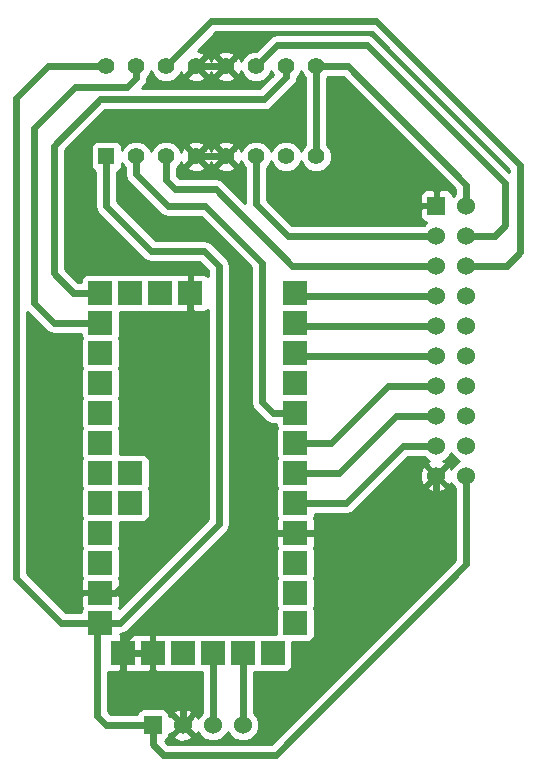
<source format=gbl>
G04 (created by PCBNEW (22-Jun-2014 BZR 4027)-stable) date Sat 25 Oct 2014 04:39:20 PM CEST*
%MOIN*%
G04 Gerber Fmt 3.4, Leading zero omitted, Abs format*
%FSLAX34Y34*%
G01*
G70*
G90*
G04 APERTURE LIST*
%ADD10C,0.00590551*%
%ADD11R,0.06X0.06*%
%ADD12C,0.06*%
%ADD13R,0.055X0.055*%
%ADD14C,0.055*%
%ADD15R,0.0787402X0.0787402*%
%ADD16C,0.023622*%
%ADD17C,0.01*%
G04 APERTURE END LIST*
G54D10*
G54D11*
X74750Y-45400D03*
G54D12*
X75750Y-45400D03*
X76750Y-45400D03*
X77750Y-45400D03*
G54D11*
X84200Y-28100D03*
G54D12*
X85200Y-28100D03*
X84200Y-29100D03*
X85200Y-29100D03*
X84200Y-30100D03*
X85200Y-30100D03*
X84200Y-31100D03*
X85200Y-31100D03*
X84200Y-32100D03*
X85200Y-32100D03*
X84200Y-33100D03*
X85200Y-33100D03*
X84200Y-34100D03*
X85200Y-34100D03*
X84200Y-35100D03*
X85200Y-35100D03*
X84200Y-36100D03*
X85200Y-36100D03*
X84200Y-37100D03*
X85200Y-37100D03*
G54D13*
X73200Y-26450D03*
G54D14*
X74200Y-26450D03*
X75200Y-26450D03*
X76200Y-26450D03*
X77200Y-26450D03*
X78200Y-26450D03*
X79200Y-26450D03*
X80200Y-26450D03*
X80200Y-23450D03*
X79200Y-23450D03*
X78200Y-23450D03*
X77200Y-23450D03*
X76200Y-23450D03*
X75200Y-23450D03*
X74200Y-23450D03*
X73200Y-23450D03*
G54D15*
X73000Y-31000D03*
X73000Y-32000D03*
X73000Y-33000D03*
X73000Y-34000D03*
X73000Y-35000D03*
X73000Y-36000D03*
X73000Y-37000D03*
X74000Y-37000D03*
X74000Y-38000D03*
X73000Y-38000D03*
X73000Y-39000D03*
X73000Y-40000D03*
X73000Y-42000D03*
X74000Y-31000D03*
X75000Y-31000D03*
X76000Y-31000D03*
X79500Y-31000D03*
X79500Y-32000D03*
X79500Y-33000D03*
X79500Y-34000D03*
X79500Y-35000D03*
X79500Y-36000D03*
X79500Y-37000D03*
X79500Y-38000D03*
X79500Y-39000D03*
X79500Y-40000D03*
X79500Y-42000D03*
X73750Y-43000D03*
X74750Y-43000D03*
X75750Y-43000D03*
X76750Y-43000D03*
X77750Y-43000D03*
X78750Y-43000D03*
X73000Y-41000D03*
X79500Y-41000D03*
G54D16*
X73000Y-42000D02*
X73650Y-42000D01*
X73200Y-28100D02*
X73200Y-26450D01*
X74700Y-29600D02*
X73200Y-28100D01*
X76450Y-29600D02*
X74700Y-29600D01*
X76950Y-30100D02*
X76450Y-29600D01*
X76950Y-38700D02*
X76950Y-30100D01*
X73650Y-42000D02*
X76950Y-38700D01*
X73000Y-42000D02*
X71700Y-42000D01*
X71250Y-23450D02*
X73200Y-23450D01*
X70200Y-24500D02*
X71250Y-23450D01*
X70200Y-40500D02*
X70200Y-24500D01*
X71700Y-42000D02*
X70200Y-40500D01*
X85200Y-28100D02*
X85200Y-27400D01*
X81250Y-23450D02*
X80200Y-23450D01*
X85200Y-27400D02*
X81250Y-23450D01*
X85200Y-37100D02*
X85200Y-40050D01*
X74750Y-46050D02*
X74750Y-45400D01*
X75100Y-46400D02*
X74750Y-46050D01*
X78850Y-46400D02*
X75100Y-46400D01*
X85200Y-40050D02*
X78850Y-46400D01*
X80200Y-23450D02*
X80200Y-26450D01*
X74750Y-45400D02*
X73200Y-45400D01*
X72900Y-42100D02*
X73000Y-42000D01*
X72900Y-45100D02*
X72900Y-42100D01*
X73200Y-45400D02*
X72900Y-45100D01*
X74200Y-26450D02*
X74200Y-27050D01*
X78750Y-35000D02*
X79500Y-35000D01*
X78400Y-34650D02*
X78750Y-35000D01*
X78400Y-30000D02*
X78400Y-34650D01*
X76500Y-28100D02*
X78400Y-30000D01*
X75250Y-28100D02*
X76500Y-28100D01*
X74200Y-27050D02*
X75250Y-28100D01*
X79200Y-23450D02*
X79200Y-23800D01*
X72100Y-31000D02*
X73000Y-31000D01*
X71450Y-30350D02*
X72100Y-31000D01*
X71450Y-26100D02*
X71450Y-30350D01*
X73000Y-24550D02*
X71450Y-26100D01*
X78450Y-24550D02*
X73000Y-24550D01*
X79200Y-23800D02*
X78450Y-24550D01*
X74200Y-23450D02*
X74200Y-23850D01*
X71450Y-32000D02*
X73000Y-32000D01*
X70800Y-31350D02*
X71450Y-32000D01*
X70800Y-25500D02*
X70800Y-31350D01*
X72150Y-24150D02*
X70800Y-25500D01*
X73900Y-24150D02*
X72150Y-24150D01*
X74200Y-23850D02*
X73900Y-24150D01*
X84200Y-30100D02*
X79400Y-30100D01*
X75200Y-27250D02*
X75200Y-26450D01*
X75500Y-27550D02*
X75200Y-27250D01*
X76850Y-27550D02*
X75500Y-27550D01*
X79400Y-30100D02*
X76850Y-27550D01*
X84200Y-29100D02*
X79250Y-29100D01*
X78200Y-28050D02*
X78200Y-26450D01*
X79250Y-29100D02*
X78200Y-28050D01*
X85200Y-30100D02*
X86550Y-30100D01*
X76700Y-21950D02*
X75200Y-23450D01*
X82200Y-21950D02*
X76700Y-21950D01*
X87000Y-26750D02*
X82200Y-21950D01*
X87000Y-29650D02*
X87000Y-26750D01*
X86550Y-30100D02*
X87000Y-29650D01*
X85200Y-29100D02*
X86150Y-29100D01*
X78900Y-22750D02*
X78200Y-23450D01*
X81900Y-22750D02*
X78900Y-22750D01*
X83400Y-24250D02*
X81900Y-22750D01*
X86500Y-27350D02*
X83400Y-24250D01*
X86500Y-28750D02*
X86500Y-27350D01*
X86150Y-29100D02*
X86500Y-28750D01*
X84200Y-36100D02*
X83100Y-36100D01*
X81200Y-38000D02*
X79500Y-38000D01*
X83100Y-36100D02*
X81200Y-38000D01*
X84200Y-35100D02*
X82850Y-35100D01*
X80950Y-37000D02*
X79500Y-37000D01*
X82850Y-35100D02*
X80950Y-37000D01*
X84200Y-34100D02*
X82600Y-34100D01*
X80700Y-36000D02*
X79500Y-36000D01*
X82600Y-34100D02*
X80700Y-36000D01*
X84200Y-33100D02*
X79600Y-33100D01*
X79600Y-33100D02*
X79500Y-33000D01*
X84200Y-32100D02*
X79600Y-32100D01*
X79600Y-32100D02*
X79500Y-32000D01*
X84200Y-31100D02*
X79600Y-31100D01*
X79600Y-31100D02*
X79500Y-31000D01*
X73000Y-41000D02*
X73500Y-41000D01*
X76000Y-38500D02*
X76000Y-31000D01*
X73500Y-41000D02*
X76000Y-38500D01*
X73750Y-43000D02*
X74750Y-43000D01*
X73750Y-43000D02*
X73750Y-42650D01*
X77400Y-39000D02*
X79500Y-39000D01*
X73750Y-42650D02*
X75400Y-41000D01*
X75400Y-41000D02*
X76100Y-40300D01*
X76100Y-40300D02*
X77400Y-39000D01*
X84200Y-37100D02*
X84200Y-38050D01*
X84200Y-38050D02*
X83250Y-39000D01*
X83250Y-39000D02*
X79500Y-39000D01*
X76200Y-23450D02*
X77200Y-23450D01*
X77200Y-26450D02*
X76200Y-26450D01*
X75750Y-45400D02*
X75750Y-44500D01*
X73750Y-43900D02*
X73750Y-43000D01*
X74050Y-44200D02*
X73750Y-43900D01*
X75450Y-44200D02*
X74050Y-44200D01*
X75750Y-44500D02*
X75450Y-44200D01*
X76750Y-45400D02*
X76750Y-43000D01*
X77750Y-43000D02*
X77750Y-45400D01*
G54D10*
G36*
X79831Y-26075D02*
X79755Y-26152D01*
X79699Y-26285D01*
X79645Y-26153D01*
X79497Y-26005D01*
X79304Y-25925D01*
X79096Y-25924D01*
X78903Y-26004D01*
X78755Y-26152D01*
X78699Y-26285D01*
X78645Y-26153D01*
X78497Y-26005D01*
X78304Y-25925D01*
X78096Y-25924D01*
X77903Y-26004D01*
X77755Y-26152D01*
X77702Y-26278D01*
X77660Y-26177D01*
X77567Y-26152D01*
X77497Y-26223D01*
X77497Y-26082D01*
X77472Y-25989D01*
X77275Y-25920D01*
X77067Y-25931D01*
X76927Y-25989D01*
X76902Y-26082D01*
X77200Y-26379D01*
X77497Y-26082D01*
X77497Y-26223D01*
X77270Y-26450D01*
X77567Y-26747D01*
X77660Y-26722D01*
X77699Y-26612D01*
X77754Y-26747D01*
X77831Y-26824D01*
X77831Y-28011D01*
X77497Y-27676D01*
X77497Y-26817D01*
X77200Y-26520D01*
X77129Y-26591D01*
X77129Y-26450D01*
X76832Y-26152D01*
X76739Y-26177D01*
X76703Y-26280D01*
X76660Y-26177D01*
X76567Y-26152D01*
X76497Y-26223D01*
X76497Y-26082D01*
X76472Y-25989D01*
X76275Y-25920D01*
X76067Y-25931D01*
X75927Y-25989D01*
X75902Y-26082D01*
X76200Y-26379D01*
X76497Y-26082D01*
X76497Y-26223D01*
X76270Y-26450D01*
X76567Y-26747D01*
X76660Y-26722D01*
X76696Y-26619D01*
X76739Y-26722D01*
X76832Y-26747D01*
X77129Y-26450D01*
X77129Y-26591D01*
X76902Y-26817D01*
X76927Y-26910D01*
X77124Y-26979D01*
X77332Y-26968D01*
X77472Y-26910D01*
X77497Y-26817D01*
X77497Y-27676D01*
X77110Y-27289D01*
X76990Y-27209D01*
X76850Y-27181D01*
X76497Y-27181D01*
X76497Y-26817D01*
X76200Y-26520D01*
X75902Y-26817D01*
X75927Y-26910D01*
X76124Y-26979D01*
X76332Y-26968D01*
X76472Y-26910D01*
X76497Y-26817D01*
X76497Y-27181D01*
X75652Y-27181D01*
X75568Y-27097D01*
X75568Y-26824D01*
X75644Y-26747D01*
X75697Y-26621D01*
X75739Y-26722D01*
X75832Y-26747D01*
X76129Y-26450D01*
X75832Y-26152D01*
X75739Y-26177D01*
X75700Y-26287D01*
X75645Y-26153D01*
X75497Y-26005D01*
X75304Y-25925D01*
X75096Y-25924D01*
X74903Y-26004D01*
X74755Y-26152D01*
X74699Y-26285D01*
X74645Y-26153D01*
X74497Y-26005D01*
X74304Y-25925D01*
X74096Y-25924D01*
X73903Y-26004D01*
X73755Y-26152D01*
X73725Y-26224D01*
X73725Y-26125D01*
X73687Y-26033D01*
X73616Y-25963D01*
X73524Y-25925D01*
X73425Y-25924D01*
X72875Y-25924D01*
X72783Y-25962D01*
X72713Y-26033D01*
X72675Y-26125D01*
X72674Y-26224D01*
X72674Y-26774D01*
X72712Y-26866D01*
X72783Y-26936D01*
X72831Y-26957D01*
X72831Y-28100D01*
X72859Y-28240D01*
X72939Y-28360D01*
X74439Y-29860D01*
X74439Y-29860D01*
X74559Y-29940D01*
X74700Y-29968D01*
X76297Y-29968D01*
X76581Y-30252D01*
X76581Y-30440D01*
X76535Y-30394D01*
X76443Y-30356D01*
X76112Y-30356D01*
X76050Y-30418D01*
X76050Y-30950D01*
X76057Y-30950D01*
X76057Y-31050D01*
X76050Y-31050D01*
X76050Y-31581D01*
X76112Y-31643D01*
X76443Y-31643D01*
X76535Y-31605D01*
X76581Y-31559D01*
X76581Y-38547D01*
X73622Y-41506D01*
X73620Y-41499D01*
X73643Y-41443D01*
X73643Y-41344D01*
X73643Y-41112D01*
X73581Y-41050D01*
X73050Y-41050D01*
X73050Y-41057D01*
X72950Y-41057D01*
X72950Y-41050D01*
X72418Y-41050D01*
X72356Y-41112D01*
X72356Y-41344D01*
X72356Y-41443D01*
X72379Y-41500D01*
X72356Y-41556D01*
X72356Y-41631D01*
X71852Y-41631D01*
X70568Y-40347D01*
X70568Y-31638D01*
X71189Y-32260D01*
X71189Y-32260D01*
X71309Y-32340D01*
X71450Y-32368D01*
X72356Y-32368D01*
X72356Y-32443D01*
X72379Y-32500D01*
X72356Y-32556D01*
X72356Y-32655D01*
X72356Y-33443D01*
X72379Y-33500D01*
X72356Y-33556D01*
X72356Y-33655D01*
X72356Y-34443D01*
X72379Y-34500D01*
X72356Y-34556D01*
X72356Y-34655D01*
X72356Y-35443D01*
X72379Y-35500D01*
X72356Y-35556D01*
X72356Y-35655D01*
X72356Y-36443D01*
X72379Y-36500D01*
X72356Y-36556D01*
X72356Y-36655D01*
X72356Y-37443D01*
X72379Y-37500D01*
X72356Y-37556D01*
X72356Y-37655D01*
X72356Y-38443D01*
X72379Y-38500D01*
X72356Y-38556D01*
X72356Y-38655D01*
X72356Y-39443D01*
X72379Y-39500D01*
X72356Y-39556D01*
X72356Y-39655D01*
X72356Y-40443D01*
X72379Y-40500D01*
X72356Y-40556D01*
X72356Y-40655D01*
X72356Y-40887D01*
X72418Y-40950D01*
X72950Y-40950D01*
X72950Y-40942D01*
X73050Y-40942D01*
X73050Y-40950D01*
X73581Y-40950D01*
X73643Y-40887D01*
X73643Y-40655D01*
X73643Y-40556D01*
X73620Y-40500D01*
X73643Y-40443D01*
X73643Y-40344D01*
X73643Y-39556D01*
X73620Y-39499D01*
X73643Y-39443D01*
X73643Y-39344D01*
X73643Y-38643D01*
X73655Y-38643D01*
X74443Y-38643D01*
X74535Y-38605D01*
X74605Y-38535D01*
X74643Y-38443D01*
X74643Y-38344D01*
X74643Y-37556D01*
X74620Y-37499D01*
X74643Y-37443D01*
X74643Y-37344D01*
X74643Y-36556D01*
X74605Y-36464D01*
X74535Y-36394D01*
X74443Y-36356D01*
X74344Y-36356D01*
X73643Y-36356D01*
X73643Y-36344D01*
X73643Y-35556D01*
X73620Y-35499D01*
X73643Y-35443D01*
X73643Y-35344D01*
X73643Y-34556D01*
X73620Y-34499D01*
X73643Y-34443D01*
X73643Y-34344D01*
X73643Y-33556D01*
X73620Y-33499D01*
X73643Y-33443D01*
X73643Y-33344D01*
X73643Y-32556D01*
X73620Y-32499D01*
X73643Y-32443D01*
X73643Y-32344D01*
X73643Y-31643D01*
X73655Y-31643D01*
X74443Y-31643D01*
X74500Y-31620D01*
X74556Y-31643D01*
X74655Y-31643D01*
X75443Y-31643D01*
X75500Y-31620D01*
X75556Y-31643D01*
X75887Y-31643D01*
X75950Y-31581D01*
X75950Y-31050D01*
X75942Y-31050D01*
X75942Y-30950D01*
X75950Y-30950D01*
X75950Y-30418D01*
X75887Y-30356D01*
X75556Y-30356D01*
X75499Y-30379D01*
X75443Y-30356D01*
X75344Y-30356D01*
X74556Y-30356D01*
X74499Y-30379D01*
X74443Y-30356D01*
X74344Y-30356D01*
X73556Y-30356D01*
X73499Y-30379D01*
X73443Y-30356D01*
X73344Y-30356D01*
X72556Y-30356D01*
X72464Y-30394D01*
X72394Y-30464D01*
X72356Y-30556D01*
X72356Y-30631D01*
X72252Y-30631D01*
X71818Y-30197D01*
X71818Y-26252D01*
X73152Y-24918D01*
X78450Y-24918D01*
X78590Y-24890D01*
X78710Y-24810D01*
X79460Y-24060D01*
X79460Y-24060D01*
X79460Y-24060D01*
X79540Y-23940D01*
X79562Y-23830D01*
X79644Y-23747D01*
X79700Y-23614D01*
X79754Y-23747D01*
X79831Y-23824D01*
X79831Y-26075D01*
X79831Y-26075D01*
G37*
G54D17*
X79831Y-26075D02*
X79755Y-26152D01*
X79699Y-26285D01*
X79645Y-26153D01*
X79497Y-26005D01*
X79304Y-25925D01*
X79096Y-25924D01*
X78903Y-26004D01*
X78755Y-26152D01*
X78699Y-26285D01*
X78645Y-26153D01*
X78497Y-26005D01*
X78304Y-25925D01*
X78096Y-25924D01*
X77903Y-26004D01*
X77755Y-26152D01*
X77702Y-26278D01*
X77660Y-26177D01*
X77567Y-26152D01*
X77497Y-26223D01*
X77497Y-26082D01*
X77472Y-25989D01*
X77275Y-25920D01*
X77067Y-25931D01*
X76927Y-25989D01*
X76902Y-26082D01*
X77200Y-26379D01*
X77497Y-26082D01*
X77497Y-26223D01*
X77270Y-26450D01*
X77567Y-26747D01*
X77660Y-26722D01*
X77699Y-26612D01*
X77754Y-26747D01*
X77831Y-26824D01*
X77831Y-28011D01*
X77497Y-27676D01*
X77497Y-26817D01*
X77200Y-26520D01*
X77129Y-26591D01*
X77129Y-26450D01*
X76832Y-26152D01*
X76739Y-26177D01*
X76703Y-26280D01*
X76660Y-26177D01*
X76567Y-26152D01*
X76497Y-26223D01*
X76497Y-26082D01*
X76472Y-25989D01*
X76275Y-25920D01*
X76067Y-25931D01*
X75927Y-25989D01*
X75902Y-26082D01*
X76200Y-26379D01*
X76497Y-26082D01*
X76497Y-26223D01*
X76270Y-26450D01*
X76567Y-26747D01*
X76660Y-26722D01*
X76696Y-26619D01*
X76739Y-26722D01*
X76832Y-26747D01*
X77129Y-26450D01*
X77129Y-26591D01*
X76902Y-26817D01*
X76927Y-26910D01*
X77124Y-26979D01*
X77332Y-26968D01*
X77472Y-26910D01*
X77497Y-26817D01*
X77497Y-27676D01*
X77110Y-27289D01*
X76990Y-27209D01*
X76850Y-27181D01*
X76497Y-27181D01*
X76497Y-26817D01*
X76200Y-26520D01*
X75902Y-26817D01*
X75927Y-26910D01*
X76124Y-26979D01*
X76332Y-26968D01*
X76472Y-26910D01*
X76497Y-26817D01*
X76497Y-27181D01*
X75652Y-27181D01*
X75568Y-27097D01*
X75568Y-26824D01*
X75644Y-26747D01*
X75697Y-26621D01*
X75739Y-26722D01*
X75832Y-26747D01*
X76129Y-26450D01*
X75832Y-26152D01*
X75739Y-26177D01*
X75700Y-26287D01*
X75645Y-26153D01*
X75497Y-26005D01*
X75304Y-25925D01*
X75096Y-25924D01*
X74903Y-26004D01*
X74755Y-26152D01*
X74699Y-26285D01*
X74645Y-26153D01*
X74497Y-26005D01*
X74304Y-25925D01*
X74096Y-25924D01*
X73903Y-26004D01*
X73755Y-26152D01*
X73725Y-26224D01*
X73725Y-26125D01*
X73687Y-26033D01*
X73616Y-25963D01*
X73524Y-25925D01*
X73425Y-25924D01*
X72875Y-25924D01*
X72783Y-25962D01*
X72713Y-26033D01*
X72675Y-26125D01*
X72674Y-26224D01*
X72674Y-26774D01*
X72712Y-26866D01*
X72783Y-26936D01*
X72831Y-26957D01*
X72831Y-28100D01*
X72859Y-28240D01*
X72939Y-28360D01*
X74439Y-29860D01*
X74439Y-29860D01*
X74559Y-29940D01*
X74700Y-29968D01*
X76297Y-29968D01*
X76581Y-30252D01*
X76581Y-30440D01*
X76535Y-30394D01*
X76443Y-30356D01*
X76112Y-30356D01*
X76050Y-30418D01*
X76050Y-30950D01*
X76057Y-30950D01*
X76057Y-31050D01*
X76050Y-31050D01*
X76050Y-31581D01*
X76112Y-31643D01*
X76443Y-31643D01*
X76535Y-31605D01*
X76581Y-31559D01*
X76581Y-38547D01*
X73622Y-41506D01*
X73620Y-41499D01*
X73643Y-41443D01*
X73643Y-41344D01*
X73643Y-41112D01*
X73581Y-41050D01*
X73050Y-41050D01*
X73050Y-41057D01*
X72950Y-41057D01*
X72950Y-41050D01*
X72418Y-41050D01*
X72356Y-41112D01*
X72356Y-41344D01*
X72356Y-41443D01*
X72379Y-41500D01*
X72356Y-41556D01*
X72356Y-41631D01*
X71852Y-41631D01*
X70568Y-40347D01*
X70568Y-31638D01*
X71189Y-32260D01*
X71189Y-32260D01*
X71309Y-32340D01*
X71450Y-32368D01*
X72356Y-32368D01*
X72356Y-32443D01*
X72379Y-32500D01*
X72356Y-32556D01*
X72356Y-32655D01*
X72356Y-33443D01*
X72379Y-33500D01*
X72356Y-33556D01*
X72356Y-33655D01*
X72356Y-34443D01*
X72379Y-34500D01*
X72356Y-34556D01*
X72356Y-34655D01*
X72356Y-35443D01*
X72379Y-35500D01*
X72356Y-35556D01*
X72356Y-35655D01*
X72356Y-36443D01*
X72379Y-36500D01*
X72356Y-36556D01*
X72356Y-36655D01*
X72356Y-37443D01*
X72379Y-37500D01*
X72356Y-37556D01*
X72356Y-37655D01*
X72356Y-38443D01*
X72379Y-38500D01*
X72356Y-38556D01*
X72356Y-38655D01*
X72356Y-39443D01*
X72379Y-39500D01*
X72356Y-39556D01*
X72356Y-39655D01*
X72356Y-40443D01*
X72379Y-40500D01*
X72356Y-40556D01*
X72356Y-40655D01*
X72356Y-40887D01*
X72418Y-40950D01*
X72950Y-40950D01*
X72950Y-40942D01*
X73050Y-40942D01*
X73050Y-40950D01*
X73581Y-40950D01*
X73643Y-40887D01*
X73643Y-40655D01*
X73643Y-40556D01*
X73620Y-40500D01*
X73643Y-40443D01*
X73643Y-40344D01*
X73643Y-39556D01*
X73620Y-39499D01*
X73643Y-39443D01*
X73643Y-39344D01*
X73643Y-38643D01*
X73655Y-38643D01*
X74443Y-38643D01*
X74535Y-38605D01*
X74605Y-38535D01*
X74643Y-38443D01*
X74643Y-38344D01*
X74643Y-37556D01*
X74620Y-37499D01*
X74643Y-37443D01*
X74643Y-37344D01*
X74643Y-36556D01*
X74605Y-36464D01*
X74535Y-36394D01*
X74443Y-36356D01*
X74344Y-36356D01*
X73643Y-36356D01*
X73643Y-36344D01*
X73643Y-35556D01*
X73620Y-35499D01*
X73643Y-35443D01*
X73643Y-35344D01*
X73643Y-34556D01*
X73620Y-34499D01*
X73643Y-34443D01*
X73643Y-34344D01*
X73643Y-33556D01*
X73620Y-33499D01*
X73643Y-33443D01*
X73643Y-33344D01*
X73643Y-32556D01*
X73620Y-32499D01*
X73643Y-32443D01*
X73643Y-32344D01*
X73643Y-31643D01*
X73655Y-31643D01*
X74443Y-31643D01*
X74500Y-31620D01*
X74556Y-31643D01*
X74655Y-31643D01*
X75443Y-31643D01*
X75500Y-31620D01*
X75556Y-31643D01*
X75887Y-31643D01*
X75950Y-31581D01*
X75950Y-31050D01*
X75942Y-31050D01*
X75942Y-30950D01*
X75950Y-30950D01*
X75950Y-30418D01*
X75887Y-30356D01*
X75556Y-30356D01*
X75499Y-30379D01*
X75443Y-30356D01*
X75344Y-30356D01*
X74556Y-30356D01*
X74499Y-30379D01*
X74443Y-30356D01*
X74344Y-30356D01*
X73556Y-30356D01*
X73499Y-30379D01*
X73443Y-30356D01*
X73344Y-30356D01*
X72556Y-30356D01*
X72464Y-30394D01*
X72394Y-30464D01*
X72356Y-30556D01*
X72356Y-30631D01*
X72252Y-30631D01*
X71818Y-30197D01*
X71818Y-26252D01*
X73152Y-24918D01*
X78450Y-24918D01*
X78590Y-24890D01*
X78710Y-24810D01*
X79460Y-24060D01*
X79460Y-24060D01*
X79460Y-24060D01*
X79540Y-23940D01*
X79562Y-23830D01*
X79644Y-23747D01*
X79700Y-23614D01*
X79754Y-23747D01*
X79831Y-23824D01*
X79831Y-26075D01*
G54D10*
G36*
X84831Y-27690D02*
X84750Y-27772D01*
X84750Y-27750D01*
X84712Y-27658D01*
X84641Y-27588D01*
X84549Y-27550D01*
X84450Y-27549D01*
X84312Y-27550D01*
X84250Y-27612D01*
X84250Y-28050D01*
X84257Y-28050D01*
X84257Y-28150D01*
X84250Y-28150D01*
X84250Y-28157D01*
X84150Y-28157D01*
X84150Y-28150D01*
X84150Y-28050D01*
X84150Y-27612D01*
X84087Y-27550D01*
X83949Y-27549D01*
X83850Y-27550D01*
X83758Y-27588D01*
X83687Y-27658D01*
X83649Y-27750D01*
X83650Y-27987D01*
X83712Y-28050D01*
X84150Y-28050D01*
X84150Y-28150D01*
X83712Y-28150D01*
X83650Y-28212D01*
X83649Y-28449D01*
X83687Y-28541D01*
X83758Y-28611D01*
X83850Y-28649D01*
X83872Y-28649D01*
X83790Y-28731D01*
X79402Y-28731D01*
X78568Y-27897D01*
X78568Y-26824D01*
X78644Y-26747D01*
X78700Y-26614D01*
X78754Y-26747D01*
X78902Y-26894D01*
X79095Y-26974D01*
X79303Y-26975D01*
X79497Y-26895D01*
X79644Y-26747D01*
X79700Y-26614D01*
X79754Y-26747D01*
X79902Y-26894D01*
X80095Y-26974D01*
X80303Y-26975D01*
X80497Y-26895D01*
X80644Y-26747D01*
X80724Y-26554D01*
X80725Y-26346D01*
X80645Y-26153D01*
X80568Y-26075D01*
X80568Y-23824D01*
X80574Y-23818D01*
X81097Y-23818D01*
X84831Y-27552D01*
X84831Y-27690D01*
X84831Y-27690D01*
G37*
G54D17*
X84831Y-27690D02*
X84750Y-27772D01*
X84750Y-27750D01*
X84712Y-27658D01*
X84641Y-27588D01*
X84549Y-27550D01*
X84450Y-27549D01*
X84312Y-27550D01*
X84250Y-27612D01*
X84250Y-28050D01*
X84257Y-28050D01*
X84257Y-28150D01*
X84250Y-28150D01*
X84250Y-28157D01*
X84150Y-28157D01*
X84150Y-28150D01*
X84150Y-28050D01*
X84150Y-27612D01*
X84087Y-27550D01*
X83949Y-27549D01*
X83850Y-27550D01*
X83758Y-27588D01*
X83687Y-27658D01*
X83649Y-27750D01*
X83650Y-27987D01*
X83712Y-28050D01*
X84150Y-28050D01*
X84150Y-28150D01*
X83712Y-28150D01*
X83650Y-28212D01*
X83649Y-28449D01*
X83687Y-28541D01*
X83758Y-28611D01*
X83850Y-28649D01*
X83872Y-28649D01*
X83790Y-28731D01*
X79402Y-28731D01*
X78568Y-27897D01*
X78568Y-26824D01*
X78644Y-26747D01*
X78700Y-26614D01*
X78754Y-26747D01*
X78902Y-26894D01*
X79095Y-26974D01*
X79303Y-26975D01*
X79497Y-26895D01*
X79644Y-26747D01*
X79700Y-26614D01*
X79754Y-26747D01*
X79902Y-26894D01*
X80095Y-26974D01*
X80303Y-26975D01*
X80497Y-26895D01*
X80644Y-26747D01*
X80724Y-26554D01*
X80725Y-26346D01*
X80645Y-26153D01*
X80568Y-26075D01*
X80568Y-23824D01*
X80574Y-23818D01*
X81097Y-23818D01*
X84831Y-27552D01*
X84831Y-27690D01*
G54D10*
G36*
X84969Y-36599D02*
X84888Y-36633D01*
X84734Y-36788D01*
X84702Y-36863D01*
X84681Y-36812D01*
X84585Y-36784D01*
X84270Y-37100D01*
X84585Y-37415D01*
X84681Y-37387D01*
X84700Y-37332D01*
X84733Y-37411D01*
X84831Y-37509D01*
X84831Y-39897D01*
X84515Y-40214D01*
X84515Y-37485D01*
X84200Y-37170D01*
X84129Y-37241D01*
X84129Y-37100D01*
X83814Y-36784D01*
X83718Y-36812D01*
X83645Y-37018D01*
X83656Y-37236D01*
X83718Y-37387D01*
X83814Y-37415D01*
X84129Y-37100D01*
X84129Y-37241D01*
X83884Y-37485D01*
X83912Y-37581D01*
X84118Y-37654D01*
X84336Y-37643D01*
X84487Y-37581D01*
X84515Y-37485D01*
X84515Y-40214D01*
X80143Y-44585D01*
X80143Y-42344D01*
X80143Y-41556D01*
X80120Y-41499D01*
X80143Y-41443D01*
X80143Y-41344D01*
X80143Y-40556D01*
X80120Y-40499D01*
X80143Y-40443D01*
X80143Y-40344D01*
X80143Y-39556D01*
X80120Y-39499D01*
X80143Y-39443D01*
X80143Y-39344D01*
X80143Y-39112D01*
X80081Y-39050D01*
X79550Y-39050D01*
X79550Y-39057D01*
X79450Y-39057D01*
X79450Y-39050D01*
X78918Y-39050D01*
X78856Y-39112D01*
X78856Y-39344D01*
X78856Y-39443D01*
X78879Y-39500D01*
X78856Y-39556D01*
X78856Y-39655D01*
X78856Y-40443D01*
X78879Y-40500D01*
X78856Y-40556D01*
X78856Y-40655D01*
X78856Y-41443D01*
X78879Y-41500D01*
X78856Y-41556D01*
X78856Y-41655D01*
X78856Y-42356D01*
X78306Y-42356D01*
X78249Y-42379D01*
X78193Y-42356D01*
X78094Y-42356D01*
X77306Y-42356D01*
X77249Y-42379D01*
X77193Y-42356D01*
X77094Y-42356D01*
X76306Y-42356D01*
X76249Y-42379D01*
X76193Y-42356D01*
X76094Y-42356D01*
X75306Y-42356D01*
X75250Y-42379D01*
X75193Y-42356D01*
X74862Y-42356D01*
X74800Y-42418D01*
X74800Y-42950D01*
X74807Y-42950D01*
X74807Y-43050D01*
X74800Y-43050D01*
X74800Y-43581D01*
X74862Y-43643D01*
X75193Y-43643D01*
X75250Y-43620D01*
X75306Y-43643D01*
X75405Y-43643D01*
X76193Y-43643D01*
X76250Y-43620D01*
X76306Y-43643D01*
X76381Y-43643D01*
X76381Y-44990D01*
X76284Y-45088D01*
X76252Y-45163D01*
X76231Y-45112D01*
X76135Y-45084D01*
X76065Y-45155D01*
X76065Y-45014D01*
X76037Y-44918D01*
X75831Y-44845D01*
X75613Y-44856D01*
X75462Y-44918D01*
X75434Y-45014D01*
X75750Y-45329D01*
X76065Y-45014D01*
X76065Y-45155D01*
X75820Y-45400D01*
X76135Y-45715D01*
X76231Y-45687D01*
X76250Y-45632D01*
X76283Y-45711D01*
X76438Y-45865D01*
X76640Y-45949D01*
X76858Y-45950D01*
X77061Y-45866D01*
X77215Y-45711D01*
X77249Y-45630D01*
X77283Y-45711D01*
X77438Y-45865D01*
X77640Y-45949D01*
X77858Y-45950D01*
X78061Y-45866D01*
X78215Y-45711D01*
X78299Y-45509D01*
X78300Y-45291D01*
X78216Y-45088D01*
X78118Y-44990D01*
X78118Y-43643D01*
X78193Y-43643D01*
X78250Y-43620D01*
X78306Y-43643D01*
X78405Y-43643D01*
X79193Y-43643D01*
X79285Y-43605D01*
X79355Y-43535D01*
X79393Y-43443D01*
X79393Y-43344D01*
X79393Y-42643D01*
X79943Y-42643D01*
X80035Y-42605D01*
X80105Y-42535D01*
X80143Y-42443D01*
X80143Y-42344D01*
X80143Y-44585D01*
X78697Y-46031D01*
X76065Y-46031D01*
X76065Y-45785D01*
X75750Y-45470D01*
X75434Y-45785D01*
X75462Y-45881D01*
X75668Y-45954D01*
X75886Y-45943D01*
X76037Y-45881D01*
X76065Y-45785D01*
X76065Y-46031D01*
X75252Y-46031D01*
X75149Y-45929D01*
X75191Y-45912D01*
X75261Y-45841D01*
X75299Y-45749D01*
X75300Y-45696D01*
X75364Y-45715D01*
X75679Y-45400D01*
X75364Y-45084D01*
X75300Y-45103D01*
X75300Y-45050D01*
X75262Y-44958D01*
X75191Y-44888D01*
X75099Y-44850D01*
X75000Y-44849D01*
X74700Y-44849D01*
X74700Y-43581D01*
X74700Y-43050D01*
X74700Y-42950D01*
X74700Y-42418D01*
X74637Y-42356D01*
X74306Y-42356D01*
X74250Y-42379D01*
X74193Y-42356D01*
X73862Y-42356D01*
X73800Y-42418D01*
X73800Y-42950D01*
X74168Y-42950D01*
X74331Y-42950D01*
X74700Y-42950D01*
X74700Y-43050D01*
X74331Y-43050D01*
X74168Y-43050D01*
X73800Y-43050D01*
X73800Y-43581D01*
X73862Y-43643D01*
X74193Y-43643D01*
X74250Y-43620D01*
X74306Y-43643D01*
X74637Y-43643D01*
X74700Y-43581D01*
X74700Y-44849D01*
X74400Y-44849D01*
X74308Y-44887D01*
X74238Y-44958D01*
X74207Y-45031D01*
X73352Y-45031D01*
X73268Y-44947D01*
X73268Y-43627D01*
X73306Y-43643D01*
X73637Y-43643D01*
X73700Y-43581D01*
X73700Y-43050D01*
X73692Y-43050D01*
X73692Y-42950D01*
X73700Y-42950D01*
X73700Y-42418D01*
X73649Y-42368D01*
X73650Y-42368D01*
X73790Y-42340D01*
X73910Y-42260D01*
X77210Y-38960D01*
X77290Y-38840D01*
X77318Y-38700D01*
X77318Y-30100D01*
X77290Y-29959D01*
X77210Y-29839D01*
X76710Y-29339D01*
X76590Y-29259D01*
X76450Y-29231D01*
X74852Y-29231D01*
X73568Y-27947D01*
X73568Y-26957D01*
X73616Y-26937D01*
X73686Y-26866D01*
X73724Y-26774D01*
X73725Y-26675D01*
X73725Y-26675D01*
X73754Y-26747D01*
X73831Y-26824D01*
X73831Y-27050D01*
X73859Y-27190D01*
X73939Y-27310D01*
X74989Y-28360D01*
X74989Y-28360D01*
X75109Y-28440D01*
X75250Y-28468D01*
X76347Y-28468D01*
X78031Y-30152D01*
X78031Y-34650D01*
X78059Y-34790D01*
X78139Y-34910D01*
X78489Y-35260D01*
X78489Y-35260D01*
X78609Y-35340D01*
X78726Y-35363D01*
X78749Y-35368D01*
X78749Y-35368D01*
X78750Y-35368D01*
X78856Y-35368D01*
X78856Y-35443D01*
X78879Y-35500D01*
X78856Y-35556D01*
X78856Y-35655D01*
X78856Y-36443D01*
X78879Y-36500D01*
X78856Y-36556D01*
X78856Y-36655D01*
X78856Y-37443D01*
X78879Y-37500D01*
X78856Y-37556D01*
X78856Y-37655D01*
X78856Y-38443D01*
X78879Y-38500D01*
X78856Y-38556D01*
X78856Y-38655D01*
X78856Y-38887D01*
X78918Y-38950D01*
X79450Y-38950D01*
X79450Y-38942D01*
X79550Y-38942D01*
X79550Y-38950D01*
X80081Y-38950D01*
X80143Y-38887D01*
X80143Y-38655D01*
X80143Y-38556D01*
X80120Y-38500D01*
X80143Y-38443D01*
X80143Y-38368D01*
X81200Y-38368D01*
X81340Y-38340D01*
X81460Y-38260D01*
X83252Y-36468D01*
X83790Y-36468D01*
X83888Y-36565D01*
X83963Y-36597D01*
X83912Y-36618D01*
X83884Y-36714D01*
X84200Y-37029D01*
X84515Y-36714D01*
X84487Y-36618D01*
X84432Y-36599D01*
X84511Y-36566D01*
X84665Y-36411D01*
X84699Y-36330D01*
X84733Y-36411D01*
X84888Y-36565D01*
X84969Y-36599D01*
X84969Y-36599D01*
G37*
G54D17*
X84969Y-36599D02*
X84888Y-36633D01*
X84734Y-36788D01*
X84702Y-36863D01*
X84681Y-36812D01*
X84585Y-36784D01*
X84270Y-37100D01*
X84585Y-37415D01*
X84681Y-37387D01*
X84700Y-37332D01*
X84733Y-37411D01*
X84831Y-37509D01*
X84831Y-39897D01*
X84515Y-40214D01*
X84515Y-37485D01*
X84200Y-37170D01*
X84129Y-37241D01*
X84129Y-37100D01*
X83814Y-36784D01*
X83718Y-36812D01*
X83645Y-37018D01*
X83656Y-37236D01*
X83718Y-37387D01*
X83814Y-37415D01*
X84129Y-37100D01*
X84129Y-37241D01*
X83884Y-37485D01*
X83912Y-37581D01*
X84118Y-37654D01*
X84336Y-37643D01*
X84487Y-37581D01*
X84515Y-37485D01*
X84515Y-40214D01*
X80143Y-44585D01*
X80143Y-42344D01*
X80143Y-41556D01*
X80120Y-41499D01*
X80143Y-41443D01*
X80143Y-41344D01*
X80143Y-40556D01*
X80120Y-40499D01*
X80143Y-40443D01*
X80143Y-40344D01*
X80143Y-39556D01*
X80120Y-39499D01*
X80143Y-39443D01*
X80143Y-39344D01*
X80143Y-39112D01*
X80081Y-39050D01*
X79550Y-39050D01*
X79550Y-39057D01*
X79450Y-39057D01*
X79450Y-39050D01*
X78918Y-39050D01*
X78856Y-39112D01*
X78856Y-39344D01*
X78856Y-39443D01*
X78879Y-39500D01*
X78856Y-39556D01*
X78856Y-39655D01*
X78856Y-40443D01*
X78879Y-40500D01*
X78856Y-40556D01*
X78856Y-40655D01*
X78856Y-41443D01*
X78879Y-41500D01*
X78856Y-41556D01*
X78856Y-41655D01*
X78856Y-42356D01*
X78306Y-42356D01*
X78249Y-42379D01*
X78193Y-42356D01*
X78094Y-42356D01*
X77306Y-42356D01*
X77249Y-42379D01*
X77193Y-42356D01*
X77094Y-42356D01*
X76306Y-42356D01*
X76249Y-42379D01*
X76193Y-42356D01*
X76094Y-42356D01*
X75306Y-42356D01*
X75250Y-42379D01*
X75193Y-42356D01*
X74862Y-42356D01*
X74800Y-42418D01*
X74800Y-42950D01*
X74807Y-42950D01*
X74807Y-43050D01*
X74800Y-43050D01*
X74800Y-43581D01*
X74862Y-43643D01*
X75193Y-43643D01*
X75250Y-43620D01*
X75306Y-43643D01*
X75405Y-43643D01*
X76193Y-43643D01*
X76250Y-43620D01*
X76306Y-43643D01*
X76381Y-43643D01*
X76381Y-44990D01*
X76284Y-45088D01*
X76252Y-45163D01*
X76231Y-45112D01*
X76135Y-45084D01*
X76065Y-45155D01*
X76065Y-45014D01*
X76037Y-44918D01*
X75831Y-44845D01*
X75613Y-44856D01*
X75462Y-44918D01*
X75434Y-45014D01*
X75750Y-45329D01*
X76065Y-45014D01*
X76065Y-45155D01*
X75820Y-45400D01*
X76135Y-45715D01*
X76231Y-45687D01*
X76250Y-45632D01*
X76283Y-45711D01*
X76438Y-45865D01*
X76640Y-45949D01*
X76858Y-45950D01*
X77061Y-45866D01*
X77215Y-45711D01*
X77249Y-45630D01*
X77283Y-45711D01*
X77438Y-45865D01*
X77640Y-45949D01*
X77858Y-45950D01*
X78061Y-45866D01*
X78215Y-45711D01*
X78299Y-45509D01*
X78300Y-45291D01*
X78216Y-45088D01*
X78118Y-44990D01*
X78118Y-43643D01*
X78193Y-43643D01*
X78250Y-43620D01*
X78306Y-43643D01*
X78405Y-43643D01*
X79193Y-43643D01*
X79285Y-43605D01*
X79355Y-43535D01*
X79393Y-43443D01*
X79393Y-43344D01*
X79393Y-42643D01*
X79943Y-42643D01*
X80035Y-42605D01*
X80105Y-42535D01*
X80143Y-42443D01*
X80143Y-42344D01*
X80143Y-44585D01*
X78697Y-46031D01*
X76065Y-46031D01*
X76065Y-45785D01*
X75750Y-45470D01*
X75434Y-45785D01*
X75462Y-45881D01*
X75668Y-45954D01*
X75886Y-45943D01*
X76037Y-45881D01*
X76065Y-45785D01*
X76065Y-46031D01*
X75252Y-46031D01*
X75149Y-45929D01*
X75191Y-45912D01*
X75261Y-45841D01*
X75299Y-45749D01*
X75300Y-45696D01*
X75364Y-45715D01*
X75679Y-45400D01*
X75364Y-45084D01*
X75300Y-45103D01*
X75300Y-45050D01*
X75262Y-44958D01*
X75191Y-44888D01*
X75099Y-44850D01*
X75000Y-44849D01*
X74700Y-44849D01*
X74700Y-43581D01*
X74700Y-43050D01*
X74700Y-42950D01*
X74700Y-42418D01*
X74637Y-42356D01*
X74306Y-42356D01*
X74250Y-42379D01*
X74193Y-42356D01*
X73862Y-42356D01*
X73800Y-42418D01*
X73800Y-42950D01*
X74168Y-42950D01*
X74331Y-42950D01*
X74700Y-42950D01*
X74700Y-43050D01*
X74331Y-43050D01*
X74168Y-43050D01*
X73800Y-43050D01*
X73800Y-43581D01*
X73862Y-43643D01*
X74193Y-43643D01*
X74250Y-43620D01*
X74306Y-43643D01*
X74637Y-43643D01*
X74700Y-43581D01*
X74700Y-44849D01*
X74400Y-44849D01*
X74308Y-44887D01*
X74238Y-44958D01*
X74207Y-45031D01*
X73352Y-45031D01*
X73268Y-44947D01*
X73268Y-43627D01*
X73306Y-43643D01*
X73637Y-43643D01*
X73700Y-43581D01*
X73700Y-43050D01*
X73692Y-43050D01*
X73692Y-42950D01*
X73700Y-42950D01*
X73700Y-42418D01*
X73649Y-42368D01*
X73650Y-42368D01*
X73790Y-42340D01*
X73910Y-42260D01*
X77210Y-38960D01*
X77290Y-38840D01*
X77318Y-38700D01*
X77318Y-30100D01*
X77290Y-29959D01*
X77210Y-29839D01*
X76710Y-29339D01*
X76590Y-29259D01*
X76450Y-29231D01*
X74852Y-29231D01*
X73568Y-27947D01*
X73568Y-26957D01*
X73616Y-26937D01*
X73686Y-26866D01*
X73724Y-26774D01*
X73725Y-26675D01*
X73725Y-26675D01*
X73754Y-26747D01*
X73831Y-26824D01*
X73831Y-27050D01*
X73859Y-27190D01*
X73939Y-27310D01*
X74989Y-28360D01*
X74989Y-28360D01*
X75109Y-28440D01*
X75250Y-28468D01*
X76347Y-28468D01*
X78031Y-30152D01*
X78031Y-34650D01*
X78059Y-34790D01*
X78139Y-34910D01*
X78489Y-35260D01*
X78489Y-35260D01*
X78609Y-35340D01*
X78726Y-35363D01*
X78749Y-35368D01*
X78749Y-35368D01*
X78750Y-35368D01*
X78856Y-35368D01*
X78856Y-35443D01*
X78879Y-35500D01*
X78856Y-35556D01*
X78856Y-35655D01*
X78856Y-36443D01*
X78879Y-36500D01*
X78856Y-36556D01*
X78856Y-36655D01*
X78856Y-37443D01*
X78879Y-37500D01*
X78856Y-37556D01*
X78856Y-37655D01*
X78856Y-38443D01*
X78879Y-38500D01*
X78856Y-38556D01*
X78856Y-38655D01*
X78856Y-38887D01*
X78918Y-38950D01*
X79450Y-38950D01*
X79450Y-38942D01*
X79550Y-38942D01*
X79550Y-38950D01*
X80081Y-38950D01*
X80143Y-38887D01*
X80143Y-38655D01*
X80143Y-38556D01*
X80120Y-38500D01*
X80143Y-38443D01*
X80143Y-38368D01*
X81200Y-38368D01*
X81340Y-38340D01*
X81460Y-38260D01*
X83252Y-36468D01*
X83790Y-36468D01*
X83888Y-36565D01*
X83963Y-36597D01*
X83912Y-36618D01*
X83884Y-36714D01*
X84200Y-37029D01*
X84515Y-36714D01*
X84487Y-36618D01*
X84432Y-36599D01*
X84511Y-36566D01*
X84665Y-36411D01*
X84699Y-36330D01*
X84733Y-36411D01*
X84888Y-36565D01*
X84969Y-36599D01*
G54D10*
G36*
X86631Y-26961D02*
X83660Y-23989D01*
X83660Y-23989D01*
X82160Y-22489D01*
X82040Y-22409D01*
X81900Y-22381D01*
X78900Y-22381D01*
X78899Y-22381D01*
X78759Y-22409D01*
X78639Y-22489D01*
X78639Y-22489D01*
X78204Y-22925D01*
X78096Y-22924D01*
X77903Y-23004D01*
X77755Y-23152D01*
X77702Y-23278D01*
X77660Y-23177D01*
X77567Y-23152D01*
X77497Y-23223D01*
X77497Y-23082D01*
X77472Y-22989D01*
X77275Y-22920D01*
X77067Y-22931D01*
X76927Y-22989D01*
X76902Y-23082D01*
X77200Y-23379D01*
X77497Y-23082D01*
X77497Y-23223D01*
X77270Y-23450D01*
X77567Y-23747D01*
X77660Y-23722D01*
X77699Y-23612D01*
X77754Y-23747D01*
X77902Y-23894D01*
X78095Y-23974D01*
X78303Y-23975D01*
X78497Y-23895D01*
X78644Y-23747D01*
X78700Y-23614D01*
X78748Y-23731D01*
X78297Y-24181D01*
X77497Y-24181D01*
X77497Y-23817D01*
X77200Y-23520D01*
X77129Y-23591D01*
X77129Y-23450D01*
X76832Y-23152D01*
X76739Y-23177D01*
X76703Y-23280D01*
X76660Y-23177D01*
X76567Y-23152D01*
X76270Y-23450D01*
X76567Y-23747D01*
X76660Y-23722D01*
X76696Y-23619D01*
X76739Y-23722D01*
X76832Y-23747D01*
X77129Y-23450D01*
X77129Y-23591D01*
X76902Y-23817D01*
X76927Y-23910D01*
X77124Y-23979D01*
X77332Y-23968D01*
X77472Y-23910D01*
X77497Y-23817D01*
X77497Y-24181D01*
X76497Y-24181D01*
X76497Y-23817D01*
X76200Y-23520D01*
X75902Y-23817D01*
X75927Y-23910D01*
X76124Y-23979D01*
X76332Y-23968D01*
X76472Y-23910D01*
X76497Y-23817D01*
X76497Y-24181D01*
X74388Y-24181D01*
X74460Y-24110D01*
X74460Y-24110D01*
X74460Y-24110D01*
X74540Y-23990D01*
X74568Y-23850D01*
X74568Y-23850D01*
X74568Y-23850D01*
X74568Y-23824D01*
X74644Y-23747D01*
X74700Y-23614D01*
X74754Y-23747D01*
X74902Y-23894D01*
X75095Y-23974D01*
X75303Y-23975D01*
X75497Y-23895D01*
X75644Y-23747D01*
X75697Y-23621D01*
X75739Y-23722D01*
X75832Y-23747D01*
X76129Y-23450D01*
X76123Y-23444D01*
X76194Y-23373D01*
X76200Y-23379D01*
X76497Y-23082D01*
X76472Y-22989D01*
X76275Y-22920D01*
X76249Y-22921D01*
X76852Y-22318D01*
X82047Y-22318D01*
X86631Y-26902D01*
X86631Y-26961D01*
X86631Y-26961D01*
G37*
G54D17*
X86631Y-26961D02*
X83660Y-23989D01*
X83660Y-23989D01*
X82160Y-22489D01*
X82040Y-22409D01*
X81900Y-22381D01*
X78900Y-22381D01*
X78899Y-22381D01*
X78759Y-22409D01*
X78639Y-22489D01*
X78639Y-22489D01*
X78204Y-22925D01*
X78096Y-22924D01*
X77903Y-23004D01*
X77755Y-23152D01*
X77702Y-23278D01*
X77660Y-23177D01*
X77567Y-23152D01*
X77497Y-23223D01*
X77497Y-23082D01*
X77472Y-22989D01*
X77275Y-22920D01*
X77067Y-22931D01*
X76927Y-22989D01*
X76902Y-23082D01*
X77200Y-23379D01*
X77497Y-23082D01*
X77497Y-23223D01*
X77270Y-23450D01*
X77567Y-23747D01*
X77660Y-23722D01*
X77699Y-23612D01*
X77754Y-23747D01*
X77902Y-23894D01*
X78095Y-23974D01*
X78303Y-23975D01*
X78497Y-23895D01*
X78644Y-23747D01*
X78700Y-23614D01*
X78748Y-23731D01*
X78297Y-24181D01*
X77497Y-24181D01*
X77497Y-23817D01*
X77200Y-23520D01*
X77129Y-23591D01*
X77129Y-23450D01*
X76832Y-23152D01*
X76739Y-23177D01*
X76703Y-23280D01*
X76660Y-23177D01*
X76567Y-23152D01*
X76270Y-23450D01*
X76567Y-23747D01*
X76660Y-23722D01*
X76696Y-23619D01*
X76739Y-23722D01*
X76832Y-23747D01*
X77129Y-23450D01*
X77129Y-23591D01*
X76902Y-23817D01*
X76927Y-23910D01*
X77124Y-23979D01*
X77332Y-23968D01*
X77472Y-23910D01*
X77497Y-23817D01*
X77497Y-24181D01*
X76497Y-24181D01*
X76497Y-23817D01*
X76200Y-23520D01*
X75902Y-23817D01*
X75927Y-23910D01*
X76124Y-23979D01*
X76332Y-23968D01*
X76472Y-23910D01*
X76497Y-23817D01*
X76497Y-24181D01*
X74388Y-24181D01*
X74460Y-24110D01*
X74460Y-24110D01*
X74460Y-24110D01*
X74540Y-23990D01*
X74568Y-23850D01*
X74568Y-23850D01*
X74568Y-23850D01*
X74568Y-23824D01*
X74644Y-23747D01*
X74700Y-23614D01*
X74754Y-23747D01*
X74902Y-23894D01*
X75095Y-23974D01*
X75303Y-23975D01*
X75497Y-23895D01*
X75644Y-23747D01*
X75697Y-23621D01*
X75739Y-23722D01*
X75832Y-23747D01*
X76129Y-23450D01*
X76123Y-23444D01*
X76194Y-23373D01*
X76200Y-23379D01*
X76497Y-23082D01*
X76472Y-22989D01*
X76275Y-22920D01*
X76249Y-22921D01*
X76852Y-22318D01*
X82047Y-22318D01*
X86631Y-26902D01*
X86631Y-26961D01*
M02*

</source>
